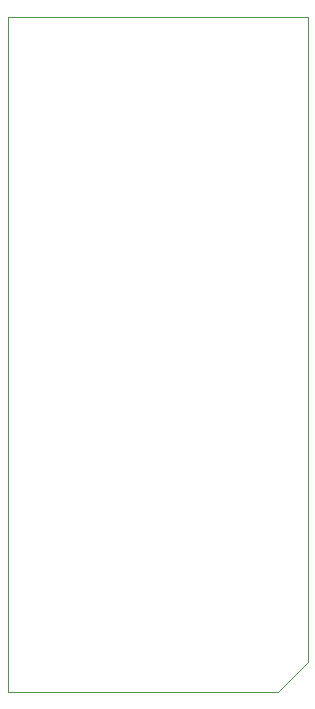
<source format=gbr>
G04 #@! TF.GenerationSoftware,KiCad,Pcbnew,(5.1.2)-2*
G04 #@! TF.CreationDate,2019-10-15T13:17:40+02:00*
G04 #@! TF.ProjectId,USB_UART_Iolated,5553425f-5541-4525-945f-496f6c617465,rev?*
G04 #@! TF.SameCoordinates,Original*
G04 #@! TF.FileFunction,Profile,NP*
%FSLAX46Y46*%
G04 Gerber Fmt 4.6, Leading zero omitted, Abs format (unit mm)*
G04 Created by KiCad (PCBNEW (5.1.2)-2) date 2019-10-15 13:17:40*
%MOMM*%
%LPD*%
G04 APERTURE LIST*
%ADD10C,0.050000*%
G04 APERTURE END LIST*
D10*
X152400000Y-124460000D02*
X149860000Y-127000000D01*
X152400000Y-69850000D02*
X127000000Y-69850000D01*
X152400000Y-124460000D02*
X152400000Y-69850000D01*
X127000000Y-127000000D02*
X149860000Y-127000000D01*
X127000000Y-127000000D02*
X127000000Y-69850000D01*
M02*

</source>
